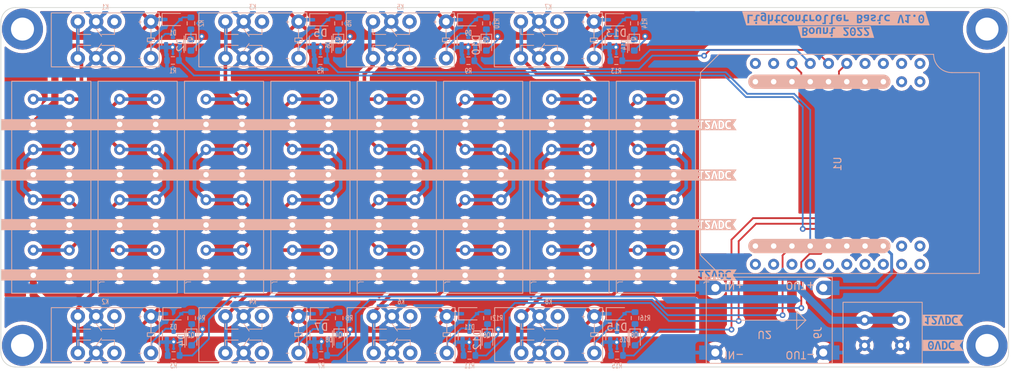
<source format=kicad_pcb>
(kicad_pcb (version 20220308) (generator pcbnew)
  (layers (0 "F.Cu" signal) (31 "B.Cu" signal) (34 "B.Paste" user) (35 "F.Paste" user) (36 "B.SilkS" user "B.Silkscreen") (37 "F.SilkS" user "F.Silkscreen") (38 "B.Mask" user) (39 "F.Mask" user) (44 "Edge.Cuts" user))
  (net 0 "")
  (net 1 "+12V")
  (net 2 "OUT4")
  (net 3 "OUT5")
  (net 4 "OUT6")
  (net 5 "OUT7")
  (net 6 "OUT0")
  (net 7 "OUT1")
  (net 8 "OUT2")
  (net 9 "OUT3")
  (net 10 "Net-(D1-A)")
  (net 11 "Net-(J1-Pin_2)")
  (net 12 "GND")
  (net 15 "Net-(D3-A)")
  (net 16 "Net-(D6-K)")
  (net 17 "Net-(D8-K)")
  (net 18 "Net-(D9-A)")
  (net 19 "Net-(D11-A)")
  (net 20 "Net-(D14-K)")
  (net 21 "Net-(D16-K)")
  (net 22 "Net-(J2-Pin_2)")
  (net 23 "Net-(J4-Pin_2)")
  (net 24 "Net-(J5-Pin_2)")
  (net 25 "Net-(J6-Pin_2)")
  (net 26 "Net-(J7-Pin_2)")
  (net 41 "Net-(J3-Pin_2)")
  (net 42 "Net-(J8-Pin_2)")
  (net 73 "+5V")
  (net 74 "Net-(D2-K)")
  (net 75 "Net-(D4-K)")
  (net 76 "Net-(D5-A)")
  (net 77 "Net-(D7-A)")
  (net 78 "Net-(D10-K)")
  (net 79 "Net-(D12-K)")
  (net 80 "Net-(D13-A)")
  (net 81 "Net-(D15-A)")
  (footprint "MountingHole:MountingHole_3.2mm_M3_ISO7380_Pad_TopBottom" (layer "F.Cu") (at 187 53)
    (fp_text reference "H3" hide)
    (fp_text value "MountingHole")
  )
  (footprint "MountingHole:MountingHole_3.2mm_M3_ISO7380_Pad_TopBottom" (layer "F.Cu") (at 53 97)
    (fp_text reference "H4" hide)
    (fp_text value "MountingHole")
  )
  (footprint "MountingHole:MountingHole_3.2mm_M3_ISO7380_Pad_TopBottom" (layer "F.Cu") (at 53 53)
    (fp_text reference "H1" hide)
    (fp_text value "MountingHole")
  )
  (footprint "MountingHole:MountingHole_3.2mm_M3_ISO7380_Pad_TopBottom" (layer "F.Cu") (at 187 97)
    (fp_text reference "H2" hide)
    (fp_text value "MountingHole")
  )
  (footprint "Resistor_SMD:R_0603_1608Metric" (layer "B.Cu") (at 73.9 57.3625)
    (fp_text reference "R1")
    (fp_text value "10k")
  )
  (footprint "LED_SMD:LED_0603_1608Metric" (layer "B.Cu") (at 97 96.2 -90)
    (fp_text reference "D8")
    (fp_text value "LED")
  )
  (footprint "Resistor_SMD:R_0603_1608Metric" (layer "B.Cu") (at 115.1 98.4)
    (fp_text reference "R11")
    (fp_text value "10k")
  )
  (footprint "kibuzzard-62501B9E" (layer "B.Cu") (at 149.4 66.3)
    (fp_text reference "kibuzzard-62501B9E" hide)
    (fp_text value "G***" hide)
  )
  (footprint "Package_TO_SOT_SMD:SOT-23" (layer "B.Cu") (at 115.1 95.6 90)
    (fp_text reference "Q6")
    (fp_text value "AO3400A")
  )
  (footprint "kibuzzard-62501CB0" (layer "B.Cu") (at 166 53.4)
    (fp_text reference "kibuzzard-62501CB0" hide)
    (fp_text value "G***" hide)
  )
  (footprint "Resistor_SMD:R_0603_1608Metric" (layer "B.Cu") (at 76.5 93.2 90)
    (fp_text reference "R4")
    (fp_text value "2k2")
  )
  (footprint "Resistor_SMD:R_0603_1608Metric" (layer "B.Cu") (at 96.9 52.2 90)
    (fp_text reference "R6")
    (fp_text value "2k2")
  )
  (footprint "LED_SMD:LED_0603_1608Metric" (layer "B.Cu") (at 96.9 55.2 -90)
    (fp_text reference "D6")
    (fp_text value "LED")
  )
  (footprint "LED_SMD:LED_0603_1608Metric" (layer "B.Cu") (at 138.1 96.2 -90)
    (fp_text reference "D16")
    (fp_text value "LED")
  )
  (footprint "bouni:SPTAF_1_8_3_5_EL" (layer "B.Cu") (at 57 75 90)
    (fp_text reference "J1")
    (fp_text value "Conn_01x08_Female")
  )
  (footprint "Package_TO_SOT_SMD:SOT-23" (layer "B.Cu") (at 94.5 95.6 90)
    (fp_text reference "Q4")
    (fp_text value "AO3400A")
  )
  (footprint "Package_TO_SOT_SMD:SOT-23" (layer "B.Cu") (at 114.95 54.6 90)
    (fp_text reference "Q5")
    (fp_text value "AO3400A")
  )
  (footprint "Resistor_SMD:R_0603_1608Metric" (layer "B.Cu") (at 97 93.2 90)
    (fp_text reference "R8")
    (fp_text value "2k2")
  )
  (footprint "bouni:SPTAF_1_2_3_5_EL" (layer "B.Cu") (at 172.5 95.25 -90)
    (fp_text reference "J9")
    (fp_text value "Conn_01x02_Female")
  )
  (footprint "bouni:HONGFA-HFD3" (layer "B.Cu") (at 85 95.5 180)
    (fp_text reference "K4")
    (fp_text value "HONGFA-HFD3")
  )
  (footprint "kibuzzard-62501B9E" (layer "B.Cu") (at 180.9 93.5)
    (fp_text reference "kibuzzard-62501B9E" hide)
    (fp_text value "G***" hide)
  )
  (footprint "Resistor_SMD:R_0603_1608Metric" (layer "B.Cu") (at 74 98.4)
    (fp_text reference "R3")
    (fp_text value "10k")
  )
  (footprint "Resistor_SMD:R_0603_1608Metric" (layer "B.Cu") (at 138 52.2 90)
    (fp_text reference "R14")
    (fp_text value "2k2")
  )
  (footprint "kibuzzard-62501B9E" (layer "B.Cu") (at 149.4 87.2)
    (fp_text reference "kibuzzard-62501B9E" hide)
    (fp_text value "G***" hide)
  )
  (footprint "Diode_SMD:D_SOD-323" (layer "B.Cu") (at 135.6 92.6)
    (fp_text reference "D15")
    (fp_text value "1N4148WS")
  )
  (footprint "Resistor_SMD:R_0603_1608Metric" (layer "B.Cu") (at 114.95 57.4)
    (fp_text reference "R9")
    (fp_text value "10k")
  )
  (footprint "bouni:SPTAF_1_8_3_5_EL" (layer "B.Cu") (at 93 75 90)
    (fp_text reference "J4")
    (fp_text value "Conn_01x08_Female")
  )
  (footprint "Package_TO_SOT_SMD:SOT-23" (layer "B.Cu") (at 135.5 54.6 90)
    (fp_text reference "Q7")
    (fp_text value "AO3400A")
  )
  (footprint "Package_TO_SOT_SMD:SOT-23" (layer "B.Cu") (at 73.9 54.6 90)
    (fp_text reference "Q1")
    (fp_text value "AO3400A")
  )
  (footprint "bouni:SPTAF_1_8_3_5_EL" (layer "B.Cu") (at 81 75 90)
    (fp_text reference "J3")
    (fp_text value "Conn_01x08_Female")
  )
  (footprint "LED_SMD:LED_0603_1608Metric" (layer "B.Cu") (at 76.4 55.2 -90)
    (fp_text reference "D2")
    (fp_text value "LED")
  )
  (footprint "LED_SMD:LED_0603_1608Metric" (layer "B.Cu") (at 76.5 96.2 -90)
    (fp_text reference "D4")
    (fp_text value "LED")
  )
  (footprint "bouni:DCDC-Module" (layer "B.Cu") (at 156.75 93.5)
    (fp_text reference "U2")
    (fp_text value "DCDC-Module")
  )
  (footprint "Resistor_SMD:R_0603_1608Metric" (layer "B.Cu") (at 117.45 52.2 90)
    (fp_text reference "R10")
    (fp_text value "2k2")
  )
  (footprint "Package_TO_SOT_SMD:SOT-23" (layer "B.Cu") (at 94.4 54.6 90)
    (fp_text reference "Q3")
    (fp_text value "AO3400A")
  )
  (footprint "bouni:SPTAF_1_8_3_5_EL" (layer "B.Cu") (at 69 75 90)
    (fp_text reference "J2")
    (fp_text value "Conn_01x08_Female")
  )
  (footprint "bouni:HONGFA-HFD3" (layer "B.Cu") (at 64.5 95.5 180)
    (fp_text reference "K2")
    (fp_text value "HONGFA-HFD3")
  )
  (footprint "bouni:HONGFA-HFD3" (layer "B.Cu") (at 105.6 95.5 180)
    (fp_text reference "K6")
    (fp_text value "HONGFA-HFD3")
  )
  (footprint "Package_TO_SOT_SMD:SOT-23" (layer "B.Cu") (at 135.6 95.6 90)
    (fp_text reference "Q8")
    (fp_text value "AO3400A")
  )
  (footprint "Resistor_SMD:R_0603_1608Metric" (layer "B.Cu") (at 94.4 57.4)
    (fp_text reference "R5")
    (fp_text value "10k")
  )
  (footprint "bouni:SPTAF_1_8_3_5_EL" (layer "B.Cu") (at 129 75 90)
    (fp_text reference "J7")
    (fp_text value "Conn_01x08_Female")
  )
  (footprint "Diode_SMD:D_SOD-323" (layer "B.Cu") (at 114.95 51.7)
    (fp_text reference "D9")
    (fp_text value "1N4148WS")
  )
  (footprint "bouni:SPTAF_1_8_3_5_EL" (layer "B.Cu") (at 105 75 90)
    (fp_text reference "J5")
    (fp_text value "Conn_01x08_Female")
  )
  (footprint "Resistor_SMD:R_0603_1608Metric" (layer "B.Cu") (at 117.6 93.2 90)
    (fp_text reference "R12")
    (fp_text value "2k2")
  )
  (footprint "Diode_SMD:D_SOD-323" (layer "B.Cu") (at 74 92.6)
    (fp_text reference "D3")
    (fp_text value "1N4148WS")
  )
  (footprint "bouni:SPTAF_1_8_3_5_EL" (layer "B.Cu") (at 141 75 90)
    (fp_text reference "J8")
    (fp_text value "Conn_01x08_Female")
  )
  (footprint "Diode_SMD:D_SOD-323" (layer "B.Cu") (at 135.5 51.7)
    (fp_text reference "D13")
    (fp_text value "1N4148WS")
  )
  (footprint "LED_SMD:LED_0603_1608Metric" (layer "B.Cu") (at 117.6 96.2 -90)
    (fp_text reference "D12")
    (fp_text value "LED")
  )
  (footprint "Resistor_SMD:R_0603_1608Metric" (layer "B.Cu") (at 76.4 52.2 90)
    (fp_text reference "R2")
    (fp_text value "2k2")
  )
  (footprint "bouni:MH-ET LIVE MiniKit" (layer "B.Cu") (at 166.25 71.75 -90)
    (fp_text reference "U1")
    (fp_text value "mh-et-live-minikit")
  )
  (footprint "Diode_SMD:D_SOD-323" (layer "B.Cu") (at 73.9 51.6625)
    (fp_text reference "D1")
    (fp_text value "1N4148WS")
  )
  (footprint "kibuzzard-62501B9E" (layer "B.Cu") (at 149.4 73.3)
    (fp_text reference "kibuzzard-62501B9E" hide)
    (fp_text value "G***" hide)
  )
  (footprint "Diode_SMD:D_SOD-323" (layer "B.Cu") (at 94.4 51.7)
    (fp_text reference "D5")
    (fp_text value "1N4148WS")
  )
  (footprint "kibuzzard-62501BA5" (layer "B.Cu") (at 180.9 97)
    (fp_text reference "kibuzzard-62501BA5" hide)
    (fp_text value "G***" hide)
  )
  (footprint "kibuzzard-62501B9E" (layer "B.Cu") (at 149.4 80.2)
    (fp_text reference "kibuzzard-62501B9E" hide)
    (fp_text value "G***" hide)
  )
  (footprint "bouni:HONGFA-HFD3" (layer "B.Cu") (at 85 54.5 180)
    (fp_text reference "K3")
    (fp_text value "HONGFA-HFD3")
  )
  (footprint "bouni:HONGFA-HFD3" (layer "B.Cu") (at 126.1 95.5 180)
    (fp_text reference "K8")
    (fp_text value "HONGFA-HFD3")
  )
  (footprint "bouni:SPTAF_1_8_3_5_EL" (layer "B.Cu") (at 117 75 90)
    (fp_text reference "J6")
    (fp_text value "Conn_01x08_Female")
  )
  (footprint "Resistor_SMD:R_0603_1608Metric" (layer "B.Cu") (at 135.6 98.4)
    (fp_text reference "R15")
    (fp_text value "10k")
  )
  (footprint "LED_SMD:LED_0603_1608Metric" (layer "B.Cu") (at 138 55.2 -90)
    (fp_text reference "D14")
    (fp_text value "LED")
  )
  (footprint "bouni:HONGFA-HFD3" (layer "B.Cu") (at 126.05 54.5 180)
    (fp_text reference "K7")
    (fp_text value "HONGFA-HFD3")
  )
  (footprint "Resistor_SMD:R_0603_1608Metric" (layer "B.Cu") (at 138.1 93.2 90)
    (fp_text reference "R16")
    (fp_text value "2k2")
  )
  (footprint "bouni:HONGFA-HFD3" (layer "B.Cu") (at 64.5 54.5 180)
    (fp_text reference "K1")
    (fp_text value "HONGFA-HFD3")
  )
  (footprint "LED_SMD:LED_0603_1608Metric" (layer "B.Cu") (at 117.45 55.2 -90)
    (fp_text reference "D10")
    (fp_text value "LED")
  )
  (footprint "Resistor_SMD:R_0603_1608Metric" (layer "B.Cu") (at 94.5 98.4)
    (fp_text reference "R7")
    (fp_text value "10k")
  )
  (footprint "bouni:HONGFA-HFD3" (layer "B.Cu") (at 105.5 54.5 180)
    (fp_text reference "K5")
    (fp_text value "HONGFA-HFD3")
  )
  (footprint "Resistor_SMD:R_0603_1608Metric" (layer "B.Cu") (at 135.5 57.4)
    (fp_text reference "R13")
    (fp_text value "10k")
  )
  (footprint "kibuzzard-62501C98" (layer "B.Cu") (at 166 51.5)
    (fp_text reference "kibuzzard-62501C98" hide)
    (fp_text value "G***" hide)
  )
  (footprint "Diode_SMD:D_SOD-323" (layer "B.Cu") (at 94.5 92.6)
    (fp_text reference "D7")
    (fp_text value "1N4148WS")
  )
  (footprint "Diode_SMD:D_SOD-323" (layer "B.Cu") (at 115.1 92.6)
    (fp_text reference "D11")
    (fp_text value "1N4148WS")
  )
  (footprint "Package_TO_SOT_SMD:SOT-23" (layer "B.Cu") (at 74 95.6 90)
    (fp_text reference "Q2")
    (fp_text value "AO3400A")
  )
  (gr_rect (start 50.1 65.6) (end 146.6 67) (stroke (width 0.15)) (fill solid) (layer "B.SilkS"))
  (gr_rect (start 50.1 79.5) (end 146.6 80.9) (stroke (width 0.15)) (fill solid) (layer "B.SilkS"))
  (gr_rect (start 50.1 72.6) (end 146.6 74) (stroke (width 0.15)) (fill solid) (layer "B.SilkS"))
  (gr_rect (start 50.1 86.5) (end 146.6 87.9) (stroke (width 0.15)) (fill solid) (layer "B.SilkS"))
  (gr_line (start 52 50) (end 188 50) (stroke (width 0.1)) (layer "Edge.Cuts"))
  (gr_arc (start 188 50) (mid 189.414214 50.585786) (end 190 52) (stroke (width 0.1)) (layer "Edge.Cuts"))
  (gr_line (start 50 98) (end 50 52) (stroke (width 0.1)) (layer "Edge.Cuts"))
  (gr_arc (start 50 52) (mid 50.585786 50.585786) (end 52 50) (stroke (width 0.1)) (layer "Edge.Cuts"))
  (gr_arc (start 52 100) (mid 50.585786 99.414214) (end 50 98) (stroke (width 0.1)) (layer "Edge.Cuts"))
  (gr_arc (start 190 98) (mid 189.414214 99.414214) (end 188 100) (stroke (width 0.1)) (layer "Edge.Cuts"))
  (gr_line (start 188 100) (end 52 100) (stroke (width 0.1)) (layer "Edge.Cuts"))
  (gr_line (start 190 52) (end 190 98) (stroke (width 0.1)) (layer "Edge.Cuts"))
  (segment (start 54.5 90) (end 57.5 93) (width 1) (layer "F.Cu") (net 1))
  (segment (start 57.5 63.25) (end 57.5 52.5) (width 1) (layer "F.Cu") (net 1))
  (segment (start 54.5 87.25) (end 54.5 90) (width 1) (layer "F.Cu") (net 1))
  (segment (start 54.5 66.25) (end 57.5 63.25) (width 1) (layer "F.Cu") (net 1))
  (via (at 98.5 54.0125) (size 0.8) (drill 0.4) (layers "F.Cu" "B.Cu") (net 1))
  (via (at 78 94.75) (size 0.8) (drill 0.4) (layers "F.Cu" "B.Cu") (net 1))
  (via (at 139.6 94.7625) (size 0.8) (drill 0.4) (layers "F.Cu" "B.Cu") (net 1))
  (via (at 119 54.0125) (size 0.8) (drill 0.4) (layers "F.Cu" "B.Cu") (net 1))
  (via (at 119.1 94.7625) (size 0.8) (drill 0.4) (layers "F.Cu" "B.Cu") (net 1))
  (via (at 77.9 54.0125) (size 0.8) (drill 0.4) (layers "F.Cu" "B.Cu") (net 1))
  (via (at 98.5 94.7625) (size 0.8) (drill 0.4) (layers "F.Cu" "B.Cu") (net 1))
  (via (at 139.5 54) (size 0.8) (drill 0.4) (layers "F.Cu" "B.Cu") (net 1))
  (segment (start 91.71 92.6) (end 91.35 92.96) (width 0.5) (layer "B.Cu") (net 1))
  (segment (start 78 95.4875) (end 78 94.75) (width 0.25) (layer "B.Cu") (net 1))
  (segment (start 132.81 92.6) (end 132.45 92.96) (width 0.5) (layer "B.Cu") (net 1))
  (segment (start 76.5 96.9875) (end 78 95.4875) (width 0.25) (layer "B.Cu") (net 1))
  (segment (start 93.45 92.6) (end 91.71 92.6) (width 0.5) (layer "B.Cu") (net 1))
  (segment (start 93.35 51.7) (end 91.61 51.7) (width 0.5) (layer "B.Cu") (net 1))
  (segment (start 114.05 92.6) (end 112.31 92.6) (width 0.5) (layer "B.Cu") (net 1))
  (segment (start 119 54.5) (end 119 54.0125) (width 0.25) (layer "B.Cu") (net 1))
  (segment (start 117.5 56) (end 119 54.5) (width 0.25) (layer "B.Cu") (net 1))
  (segment (start 139.5 54.4875) (end 139.5 54) (width 0.25) (layer "B.Cu") (net 1))
  (segment (start 72.85 51.6625) (end 71.1475 51.6625) (width 0.5) (layer "B.Cu") (net 1))
  (segment (start 139.6 95.5) (end 139.6 94.7625) (width 0.25) (layer "B.Cu") (net 1))
  (segment (start 134.55 92.6) (end 132.81 92.6) (width 0.5) (layer "B.Cu") (net 1))
  (segment (start 138.1 97) (end 139.6 95.5) (width 0.25) (layer "B.Cu") (net 1))
  (segment (start 149.25 89) (end 145.25 89) (width 1) (layer "B.Cu") (net 1))
  (segment (start 71.21 92.6) (end 70.85 92.96) (width 0.5) (layer "B.Cu") (net 1))
  (segment (start 160.8 89) (end 165.3 93.5) (width 1) (layer "B.Cu") (net 1))
  (segment (start 112.11 51.7) (end 111.85 51.96) (width 0.5) (layer "B.Cu") (net 1))
  (segment (start 132.66 51.7) (end 132.4 51.96) (width 0.5) (layer "B.Cu") (net 1))
  (segment (start 117.6 97) (end 119.1 95.5) (width 0.25) (layer "B.Cu") (net 1))
  (segment (start 138 55.9875) (end 139.5 54.4875) (width 0.25) (layer "B.Cu") (net 1))
  (segment (start 97 97) (end 98.5 95.5) (width 0.25) (layer "B.Cu") (net 1))
  (segment (start 170 93.5) (end 175 93.5) (width 1) (layer "B.Cu") (net 1))
  (segment (start 98.5 95.5) (end 98.5 94.7625) (width 0.25) (layer "B.Cu") (net 1))
  (segment (start 98.5 54.5) (end 98.5 54.0125) (width 0.25) (layer "B.Cu") (net 1))
  (segment (start 97 56) (end 98.5 54.5) (width 0.25) (layer "B.Cu") (net 1))
  (segment (start 77.9 54.5) (end 77.9 54.0125) (width 0.25) (layer "B.Cu") (net 1))
  (segment (start 91.61 51.7) (end 91.35 51.96) (width 0.5) (layer "B.Cu") (net 1))
  (segment (start 71.1475 51.6625) (end 70.85 51.96) (width 0.5) (layer "B.Cu") (net 1))
  (segment (start 149.25 89) (end 160.8 89) (width 1) (layer "B.Cu") (net 1))
  (segment (start 145.25 89) (end 143.5 87.25) (width 1) (layer "B.Cu") (net 1))
  (segment (start 72.95 92.6) (end 71.21 92.6) (width 0.5) (layer "B.Cu") (net 1))
  (segment (start 165.3 93.5) (end 170 93.5) (width 1) (layer "B.Cu") (net 1))
  (segment (start 113.9 51.7) (end 112.11 51.7) (width 0.5) (layer "B.Cu") (net 1))
  (segment (start 112.31 92.6) (end 111.95 92.96) (width 0.5) (layer "B.Cu") (net 1))
  (segment (start 134.45 51.7) (end 132.66 51.7) (width 0.5) (layer "B.Cu") (net 1))
  (segment (start 119.1 95.5) (end 119.1 94.7625) (width 0.25) (layer "B.Cu") (net 1))
  (segment (start 76.4 56) (end 77.9 54.5) (width 0.25) (layer "B.Cu") (net 1))
  (segment (start 163.1 55.9) (end 164.98 57.78) (width 0.25) (layer "F.Cu") (net 2))
  (segment (start 148.5 55.9) (end 163.1 55.9) (width 0.25) (layer "F.Cu") (net 2))
  (segment (start 147.7 56.7) (end 148.5 55.9) (width 0.25) (layer "F.Cu") (net 2))
  (via (at 147.7 56.7) (size 0.8) (drill 0.4) (layers "F.Cu" "B.Cu") (net 2))
  (segment (start 140.5 56.7) (end 147.7 56.7) (width 0.25) (layer "B.Cu") (net 2))
  (segment (start 115.9 57.275) (end 115.775 57.4) (width 0.25) (layer "B.Cu") (net 2))
  (segment (start 138.64952 58.55048) (end 140.5 56.7) (width 0.25) (layer "B.Cu") (net 2))
  (segment (start 115.775 57.4) (end 116.92548 58.55048) (width 0.25) (layer "B.Cu") (net 2))
  (segment (start 116.92548 58.55048) (end 138.64952 58.55048) (width 0.25) (layer "B.Cu") (net 2))
  (segment (start 115.9 55.5375) (end 115.9 57.275) (width 0.25) (layer "B.Cu") (net 2))
  (segment (start 166.433489 78.266511) (end 166.433489 58.866511) (width 0.25) (layer "F.Cu") (net 3))
  (segment (start 152.5 82.5) (end 154.924511 80.075489) (width 0.25) (layer "F.Cu") (net 3))
  (segment (start 152.5 93.6) (end 152.5 82.5) (width 0.25) (layer "F.Cu") (net 3))
  (segment (start 166.433489 58.866511) (end 167.52 57.78) (width 0.25) (layer "F.Cu") (net 3))
  (segment (start 154.924511 80.075489) (end 164.624511 80.075489) (width 0.25) (layer "F.Cu") (net 3))
  (segment (start 164.624511 80.075489) (end 166.433489 78.266511) (width 0.25) (layer "F.Cu") (net 3))
  (via (at 152.5 93.6) (size 0.8) (drill 0.4) (layers "F.Cu" "B.Cu") (net 3))
  (segment (start 119.9 95.930799) (end 117.430799 98.4) (width 0.25) (layer "B.Cu") (net 3))
  (segment (start 119.9 92.6) (end 119.9 95.930799) (width 0.25) (layer "B.Cu") (net 3))
  (segment (start 142.8 93.6) (end 140.3 91.1) (width 0.25) (layer "B.Cu") (net 3))
  (segment (start 152.5 93.6) (end 142.8 93.6) (width 0.25) (layer "B.Cu") (net 3))
  (segment (start 121.4 91.1) (end 119.9 92.6) (width 0.25) (layer "B.Cu") (net 3))
  (segment (start 116 98.193356) (end 115.875 98.318356) (width 0.25) (layer "B.Cu") (net 3))
  (segment (start 140.3 91.1) (end 121.4 91.1) (width 0.25) (layer "B.Cu") (net 3))
  (segment (start 116 96.493356) (end 116 98.193356) (width 0.25) (layer "B.Cu") (net 3))
  (segment (start 117.430799 98.4) (end 115.925 98.4) (width 0.25) (layer "B.Cu") (net 3))
  (segment (start 136.325 57.4) (end 138.7 57.4) (width 0.25) (layer "B.Cu") (net 4))
  (segment (start 136.45 57.3475) (end 136.325 57.4725) (width 0.25) (layer "B.Cu") (net 4))
  (segment (start 140.2 55.9) (end 160.56 55.9) (width 0.25) (layer "B.Cu") (net 4))
  (segment (start 138.7 57.4) (end 140.2 55.9) (width 0.25) (layer "B.Cu") (net 4))
  (segment (start 136.45 55.61) (end 136.45 57.3475) (width 0.25) (layer "B.Cu") (net 4))
  (segment (start 160.56 55.9) (end 162.44 57.78) (width 0.25) (layer "B.Cu") (net 4))
  (segment (start 161.2 60.983538) (end 165.316462 65.1) (width 0.25) (layer "F.Cu") (net 5))
  (segment (start 154.5 79.3) (end 164.2 79.3) (width 0.25) (layer "F.Cu") (net 5))
  (segment (start 164.2 79.3) (end 165.5 78) (width 0.25) (layer "F.Cu") (net 5))
  (segment (start 151.5 94.8) (end 151.5 82.3) (width 0.25) (layer "F.Cu") (net 5))
  (segment (start 165.5 78) (end 165.5 65.3) (width 0.25) (layer "F.Cu") (net 5))
  (segment (start 165.316462 65.116462) (end 165.5 65.3) (width 0.25) (layer "F.Cu") (net 5))
  (segment (start 161.2 59.08) (end 161.2 60.983538) (width 0.25) (layer "F.Cu") (net 5))
  (segment (start 165.316462 65.1) (end 165.316462 65.116462) (width 0.25) (layer "F.Cu") (net 5))
  (segment (start 159.9 57.78) (end 161.2 59.08) (width 0.25) (layer "F.Cu") (net 5))
  (segment (start 151.5 82.3) (end 154.5 79.3) (width 0.25) (layer "F.Cu") (net 5))
  (via (at 151.5 94.8) (size 0.8) (drill 0.4) (layers "F.Cu" "B.Cu") (net 5))
  (segment (start 137.930799 98.4) (end 136.425 98.4) (width 0.25) (layer "B.Cu") (net 5))
  (segment (start 151.5 94.8) (end 141.530799 94.8) (width 0.25) (layer "B.Cu") (net 5))
  (segment (start 136.5 98.1975) (end 136.375 98.3225) (width 0.25) (layer "B.Cu") (net 5))
  (segment (start 136.5 96.4975) (end 136.5 98.1975) (width 0.25) (layer "B.Cu") (net 5))
  (segment (start 141.530799 94.8) (end 137.930799 98.4) (width 0.25) (layer "B.Cu") (net 5))
  (segment (start 161.4 80.8) (end 165.14 80.8) (width 0.25) (layer "F.Cu") (net 6))
  (segment (start 165.14 80.8) (end 167.52 83.18) (width 0.25) (layer "F.Cu") (net 6))
  (via (at 161.4 80.8) (size 0.8) (drill 0.4) (layers "F.Cu" "B.Cu") (net 6))
  (segment (start 153.513802 62.44952) (end 150.513802 59.44952) (width 0.25) (layer "B.Cu") (net 6))
  (segment (start 74.85 55.5375) (end 74.85 57.2375) (width 0.25) (layer "B.Cu") (net 6))
  (segment (start 76.81202 59.44952) (end 74.725 57.3625) (width 0.25) (layer "B.Cu") (net 6))
  (segment (start 74.85 57.2375) (end 74.725 57.3625) (width 0.25) (layer "B.Cu") (net 6))
  (segment (start 161.4 63.835718) (end 160.013802 62.44952) (width 0.25) (layer "B.Cu") (net 6))
  (segment (start 160.013802 62.44952) (end 153.513802 62.44952) (width 0.25) (layer "B.Cu") (net 6))
  (segment (start 161.4 80.8) (end 161.4 63.835718) (width 0.25) (layer "B.Cu") (net 6))
  (segment (start 150.513802 59.44952) (end 76.81202 59.44952) (width 0.25) (layer "B.Cu") (net 6))
  (segment (start 162.356929 84.266511) (end 163.893489 84.266511) (width 0.25) (layer "F.Cu") (net 7))
  (segment (start 161.2 85.42344) (end 162.356929 84.266511) (width 0.25) (layer "F.Cu") (net 7))
  (segment (start 161.2 91.8) (end 161.2 85.42344) (width 0.25) (layer "F.Cu") (net 7))
  (segment (start 163.893489 84.266511) (end 164.98 83.18) (width 0.25) (layer "F.Cu") (net 7))
  (via (at 161.2 91.8) (size 0.8) (drill 0.4) (layers "F.Cu" "B.Cu") (net 7))
  (segment (start 161.2 91.8) (end 142.271435 91.8) (width 0.25) (layer "B.Cu") (net 7))
  (segment (start 78.9 93.376857) (end 78.9 96.1) (width 0.25) (layer "B.Cu") (net 7))
  (segment (start 82.075897 90.20096) (end 78.9 93.376857) (width 0.25) (layer "B.Cu") (net 7))
  (segment (start 74.9 96.55) (end 74.9 98.25) (width 0.25) (layer "B.Cu") (net 7))
  (segment (start 142.271435 91.8) (end 140.672395 90.20096) (width 0.25) (layer "B.Cu") (net 7))
  (segment (start 74.9 98.25) (end 74.775 98.375) (width 0.25) (layer "B.Cu") (net 7))
  (segment (start 76.6 98.4) (end 74.825 98.4) (width 0.25) (layer "B.Cu") (net 7))
  (segment (start 140.672395 90.20096) (end 82.075897 90.20096) (width 0.25) (layer "B.Cu") (net 7))
  (segment (start 78.9 96.1) (end 76.6 98.4) (width 0.25) (layer "B.Cu") (net 7))
  (segment (start 95.35 55.5375) (end 95.35 57.275) (width 0.25) (layer "B.Cu") (net 8))
  (segment (start 96.825 59) (end 95.225 57.4) (width 0.25) (layer "B.Cu") (net 8))
  (segment (start 153.7 62) (end 150.7 59) (width 0.25) (layer "B.Cu") (net 8))
  (segment (start 162.44 83.18) (end 162.44 64.24) (width 0.25) (layer "B.Cu") (net 8))
  (segment (start 160.2 62) (end 153.7 62) (width 0.25) (layer "B.Cu") (net 8))
  (segment (start 162.44 64.24) (end 160.2 62) (width 0.25) (layer "B.Cu") (net 8))
  (segment (start 95.35 57.275) (end 95.225 57.4) (width 0.25) (layer "B.Cu") (net 8))
  (segment (start 150.7 59) (end 96.825 59) (width 0.25) (layer "B.Cu") (net 8))
  (segment (start 158.6 92.8) (end 158.6 84.48) (width 0.25) (layer "F.Cu") (net 9))
  (segment (start 158.6 84.48) (end 159.9 83.18) (width 0.25) (layer "F.Cu") (net 9))
  (via (at 158.6 92.8) (size 0.8) (drill 0.4) (layers "F.Cu" "B.Cu") (net 9))
  (segment (start 99.3 95.930799) (end 96.830799 98.4) (width 0.25) (layer "B.Cu") (net 9))
  (segment (start 101.24952 90.65048) (end 99.3 92.6) (width 0.25) (layer "B.Cu") (net 9))
  (segment (start 142.635718 92.8) (end 140.486198 90.65048) (width 0.25) (layer "B.Cu") (net 9))
  (segment (start 140.486198 90.65048) (end 101.24952 90.65048) (width 0.25) (layer "B.Cu") (net 9))
  (segment (start 95.4 98.2975) (end 95.275 98.4225) (width 0.25) (layer "B.Cu") (net 9))
  (segment (start 158.6 92.8) (end 142.635718 92.8) (width 0.25) (layer "B.Cu") (net 9))
  (segment (start 96.830799 98.4) (end 95.325 98.4) (width 0.25) (layer "B.Cu") (net 9))
  (segment (start 99.3 92.6) (end 99.3 95.930799) (width 0.25) (layer "B.Cu") (net 9))
  (segment (start 95.4 96.5975) (end 95.4 98.2975) (width 0.25) (layer "B.Cu") (net 9))
  (segment (start 72.813287 53.6625) (end 73.9 53.6625) (width 0.25) (layer "B.Cu") (net 10))
  (segment (start 70.85 57.04) (end 70.85 55.625787) (width 0.25) (layer "B.Cu") (net 10))
  (segment (start 73.9 53.6625) (end 73.9 52.7125) (width 0.25) (layer "B.Cu") (net 10))
  (segment (start 76.4 51.375) (end 75.2375 51.375) (width 0.25) (layer "B.Cu") (net 10))
  (segment (start 70.85 55.625787) (end 72.813287 53.6625) (width 0.25) (layer "B.Cu") (net 10))
  (segment (start 75.2375 51.375) (end 74.95 51.6625) (width 0.25) (layer "B.Cu") (net 10))
  (segment (start 73.9 52.7125) (end 74.95 51.6625) (width 0.25) (layer "B.Cu") (net 10))
  (segment (start 59.5 76.75) (end 59.55 76.75) (width 0.5) (layer "F.Cu") (net 11))
  (segment (start 59.5 62.75) (end 61 62.75) (width 0.5) (layer "F.Cu") (net 11))
  (segment (start 59.55 76.75) (end 61.4 78.6) (width 0.5) (layer "F.Cu") (net 11))
  (segment (start 60.69 57.04) (end 61.19 57.54) (width 0.5) (layer "F.Cu") (net 11))
  (segment (start 61.19 62.56) (end 61.19 68.06) (width 0.5) (layer "F.Cu") (net 11))
  (segment (start 61 62.75) (end 61.19 62.56) (width 0.5) (layer "F.Cu") (net 11))
  (segment (start 61.19 68.06) (end 59.5 69.75) (width 0.5) (layer "F.Cu") (net 11))
  (segment (start 61.19 57.54) (end 61.19 62.56) (width 0.5) (layer "F.Cu") (net 11))
  (segment (start 61.4 78.6) (end 61.4 81.85) (width 0.5) (layer "F.Cu") (net 11))
  (segment (start 61.4 81.85) (end 59.5 83.75) (width 0.5) (layer "F.Cu") (net 11))
  (segment (start 54.5 69.75) (end 59.5 69.75) (width 0.5) (layer "B.Cu") (net 11))
  (segment (start 54.5 83.75) (end 59.5 83.75) (width 0.5) (layer "B.Cu") (net 11))
  (segment (start 60.69 57.04) (end 60.69 51.96) (width 0.5) (layer "B.Cu") (net 11))
  (segment (start 54.5 76.75) (end 59.5 76.75) (width 0.5) (layer "B.Cu") (net 11))
  (segment (start 52.9 71.35) (end 52.9 75.15) (width 0.5) (layer "B.Cu") (net 11))
  (segment (start 52.9 75.15) (end 54.5 76.75) (width 0.5) (layer "B.Cu") (net 11))
  (segment (start 54.5 62.75) (end 59.5 62.75) (width 0.5) (layer "B.Cu") (net 11))
  (segment (start 54.5 69.75) (end 52.9 71.35) (width 0.5) (layer "B.Cu") (net 11))
  (via (at 73.85 55.5125) (size 0.8) (drill 0.4) (layers "F.Cu" "B.Cu") (net 12))
  (via (at 135.55 96.5625) (size 0.8) (drill 0.4) (layers "F.Cu" "B.Cu") (net 12))
  (via (at 74 96.5) (size 0.8) (drill 0.4) (layers "F.Cu" "B.Cu") (net 12))
  (via (at 94.55 96.4625) (size 0.8) (drill 0.4) (layers "F.Cu" "B.Cu") (net 12))
  (via (at 114.9 55.5125) (size 0.8) (drill 0.4) (layers "F.Cu" "B.Cu") (net 12))
  (via (at 135.45 55.5125) (size 0.8) (drill 0.4) (layers "F.Cu" "B.Cu") (net 12))
  (via (at 94.4 55.5125) (size 0.8) (drill 0.4) (layers "F.Cu" "B.Cu") (net 12))
  (via (at 115.05 96.5625) (size 0.8) (drill 0.4) (layers "F.Cu" "B.Cu") (net 12))
  (segment (start 73.9625 96.5375) (end 74 96.5) (width 0.25) (layer "B.Cu") (net 12))
  (segment (start 73.05 96.5375) (end 73.9625 96.5375) (width 0.25) (layer "B.Cu") (net 12))
  (segment (start 113.95 55.55) (end 114.8625 55.55) (width 0.25) (layer "B.Cu") (net 12))
  (segment (start 94.5125 96.5) (end 94.55 96.4625) (width 0.25) (layer "B.Cu") (net 12))
  (segment (start 72.9 55.55) (end 73.8125 55.55) (width 0.25) (layer "B.Cu") (net 12))
  (segment (start 93.45 55.55) (end 94.3625 55.55) (width 0.25) (layer "B.Cu") (net 12))
  (segment (start 115.0125 96.6) (end 115.05 96.5625) (width 0.25) (layer "B.Cu") (net 12))
  (segment (start 94.3625 55.55) (end 94.4 55.5125) (width 0.25) (layer "B.Cu") (net 12))
  (segment (start 114.8625 55.55) (end 114.9 55.5125) (width 0.25) (layer "B.Cu") (net 12))
  (segment (start 134.5 55.55) (end 135.4125 55.55) (width 0.25) (layer "B.Cu") (net 12))
  (segment (start 135.4125 55.55) (end 135.45 55.5125) (width 0.25) (layer "B.Cu") (net 12))
  (segment (start 73.8125 55.55) (end 73.85 55.5125) (width 0.25) (layer "B.Cu") (net 12))
  (segment (start 135.5125 96.6) (end 135.55 96.5625) (width 0.25) (layer "B.Cu") (net 12))
  (segment (start 93.6 96.5) (end 94.5125 96.5) (width 0.25) (layer "B.Cu") (net 12))
  (segment (start 134.6 96.6) (end 135.5125 96.6) (width 0.25) (layer "B.Cu") (net 12))
  (segment (start 114.1 96.6) (end 115.0125 96.6) (width 0.25) (layer "B.Cu") (net 12))
  (segment (start 73.95 93.725) (end 75 92.675) (width 0.25) (layer "B.Cu") (net 15))
  (segment (start 70.9 96.638287) (end 72.863287 94.675) (width 0.25) (layer "B.Cu") (net 15))
  (segment (start 73.95 94.675) (end 73.95 93.725) (width 0.25) (layer "B.Cu") (net 15))
  (segment (start 72.863287 94.675) (end 73.95 94.675) (width 0.25) (layer "B.Cu") (net 15))
  (segment (start 75.2875 92.3875) (end 75 92.675) (width 0.25) (layer "B.Cu") (net 15))
  (segment (start 76.45 92.3875) (end 75.2875 92.3875) (width 0.25) (layer "B.Cu") (net 15))
  (segment (start 70.9 98.0525) (end 70.9 96.638287) (width 0.25) (layer "B.Cu") (net 15))
  (segment (start 96.9 54.4) (end 96.9 53.0125) (width 0.25) (layer "B.Cu") (net 16))
  (segment (start 96.95 95.4725) (end 96.95 94.085) (width 0.25) (layer "B.Cu") (net 17))
  (segment (start 114.95 53.6) (end 114.95 52.65) (width 0.25) (layer "B.Cu") (net 18))
  (segment (start 111.9 56.9775) (end 111.9 55.563287) (width 0.25) (layer "B.Cu") (net 18))
  (segment (start 116.2875 51.3125) (end 116 51.6) (width 0.25) (layer "B.Cu") (net 18))
  (segment (start 114.95 52.65) (end 116 51.6) (width 0.25) (layer "B.Cu") (net 18))
  (segment (start 111.9 55.563287) (end 113.863287 53.6) (width 0.25) (layer "B.Cu") (net 18))
  (segment (start 117.45 51.3125) (end 116.2875 51.3125) (width 0.25) (layer "B.Cu") (net 18))
  (segment (start 113.863287 53.6) (end 114.95 53.6) (width 0.25) (layer "B.Cu") (net 18))
  (segment (start 112 97.995856) (end 112 96.581643) (width 0.25) (layer "B.Cu") (net 19))
  (segment (start 115.05 93.668356) (end 116.1 92.618356) (width 0.25) (layer "B.Cu") (net 19))
  (segment (start 112 96.581643) (end 113.963287 94.618356) (width 0.25) (layer "B.Cu") (net 19))
  (segment (start 116.3875 92.330856) (end 116.1 92.618356) (width 0.25) (layer "B.Cu") (net 19))
  (segment (start 117.55 92.330856) (end 116.3875 92.330856) (width 0.25) (layer "B.Cu") (net 19))
  (segment (start 113.963287 94.618356) (end 115.05 94.618356) (width 0.25) (layer "B.Cu") (net 19))
  (segment (start 115.05 94.618356) (end 115.05 93.668356) (width 0.25) (layer "B.Cu") (net 19))
  (segment (start 138 54.4225) (end 138 53.035) (width 0.25) (layer "B.Cu") (net 20))
  (segment (start 138.05 95.3725) (end 138.05 93.985) (width 0.25) (layer "B.Cu") (net 21))
  (segment (start 60.69 91.81) (end 64.5 88) (width 0.5) (layer "F.Cu") (net 22))
  (segment (start 64.5 78.75) (end 64.5 83.75) (width 0.5) (layer "F.Cu") (net 22))
  (segment (start 60.69 92.96) (end 60.69 91.81) (width 0.5) (layer "F.Cu") (net 22))
  (segment (start 66.5 69.75) (end 64.5 67.75) (width 0.5) (layer "F.Cu") (net 22))
  (segment (start 64.5 83.75) (end 66.5 83.75) (width 0.5) (layer "F.Cu") (net 22))
  (segment (start 64.5 67.75) (end 64.5 64.75) (width 0.5) (layer "F.Cu") (net 22))
  (segment (start 64.5 88) (end 64.5 83.75) (width 0.5) (layer "F.Cu") (net 22))
  (segment (start 64.5 64.75) (end 66.5 62.75) (width 0.5) (layer "F.Cu") (net 22))
  (segment (start 66.5 76.75) (end 64.5 78.75) (width 0.5) (layer "F.Cu") (net 22))
  (segment (start 66.5 83.75) (end 71.5 83.75) (width 0.5) (layer "B.Cu") (net 22))
  (segment (start 71.5 69.8) (end 73.2 71.5) (width 0.5) (layer "B.Cu") (net 22))
  (segment (start 66.5 76.75) (end 71.5 76.75) (width 0.5) (layer "B.Cu") (net 22))
  (segment (start 60.69 98.04) (end 60.69 92.96) (width 0.5) (layer "B.Cu") (net 22))
  (segment (start 73.2 75.1) (end 71.5 76.8) (width 0.5) (layer "B.Cu") (net 22))
  (segment (start 66.5 62.75) (end 71.5 62.75) (width 0.5) (layer "B.Cu") (net 22))
  (segment (start 66.5 69.75) (end 71.5 69.75) (width 0.5) (layer "B.Cu") (net 22))
  (segment (start 73.2 71.5) (end 73.2 75.1) (width 0.5) (layer "B.Cu") (net 22))
  (segment (start 81.19 92.96) (end 84.15 90) (width 0.5) (layer "F.Cu") (net 23))
  (segment (start 88.5 88.5) (end 88.5 83.75) (width 0.5) (layer "F.Cu") (net 23))
  (segment (start 90.5 69.75) (end 88.5 67.75) (width 0.5) (layer "F.Cu") (net 23))
  (segment (start 88.5 83.75) (end 88.5 78.75) (width 0.5) (layer "F.Cu") (net 23))
  (segment (start 90.5 83.75) (end 88.5 83.75) (width 0.5) (layer "F.Cu") (net 23))
  (segment (start 88.5 78.75) (end 90.5 76.75) (width 0.5) (layer "F.Cu") (net 23))
  (segment (start 88.5 64.75) (end 90.5 62.75) (width 0.5) (layer "F.Cu") (net 23))
  (segment (start 88.5 67.75) (end 88.5 64.75) (width 0.5) (layer "F.Cu") (net 23))
  (segment (start 84.15 90) (end 87 90) (width 0.5) (layer "F.Cu") (net 23))
  (segment (start 87 90) (end 88.5 88.5) (width 0.5) (layer "F.Cu") (net 23))
  (segment (start 97.2 71.5) (end 97.2 75.1) (width 0.5) (layer "B.Cu") (net 23))
  (segment (start 90.5 83.75) (end 95.5 83.75) (width 0.5) (layer "B.Cu") (net 23))
  (segment (start 97.2 75.1) (end 95.5 76.8) (width 0.5) (layer "B.Cu") (net 23))
  (segment (start 95.5 69.8) (end 97.2 71.5) (width 0.5) (layer "B.Cu") (net 23))
  (segment (start 90.5 62.75) (end 95.5 62.75) (width 0.5) (layer "B.Cu") (net 23))
  (segment (start 90.5 69.75) (end 95.5 69.75) (width 0.5) (layer "B.Cu") (net 23))
  (segment (start 90.5 76.75) (end 95.5 76.75) (width 0.5) (layer "B.Cu") (net 23))
  (segment (start 81.25 98.04) (end 81.25 92.96) (width 0.5) (layer "B.Cu") (net 23))
  (segment (start 102.5 62.75) (end 100.5 62.75) (width 0.5) (layer "F.Cu") (net 24))
  (segment (start 100.5 59.25) (end 100.5 62.75) (width 0.5) (layer "F.Cu") (net 24))
  (segment (start 100.5 67.75) (end 102.5 69.75) (width 0.5) (layer "F.Cu") (net 24))
  (segment (start 101.288489 82.538489) (end 102.5 83.75) (width 0.5) (layer "F.Cu") (net 24))
  (segment (start 102.5 76.75) (end 101.288489 77.961511) (width 0.5) (layer "F.Cu") (net 24))
  (segment (start 100.5 62.75) (end 100.5 67.75) (width 0.5) (layer "F.Cu") (net 24))
  (segment (start 101.69 57.04) (end 101.69 58.06) (width 0.5) (layer "F.Cu") (net 24))
  (segment (start 101.69 58.06) (end 100.5 59.25) (width 0.5) (layer "F.Cu") (net 24))
  (segment (start 101.288489 77.961511) (end 101.288489 82.538489) (width 0.5) (layer "F.Cu") (net 24))
  (segment (start 102.5 69.75) (end 107.5 69.75) (width 0.5) (layer "B.Cu") (net 24))
  (segment (start 102.5 76.75) (end 107.5 76.75) (width 0.5) (layer "B.Cu") (net 24))
  (segment (start 101.25 57.04) (end 101.25 51.96) (width 0.5) (layer "B.Cu") (net 24))
  (segment (start 109.2 75) (end 107.5 76.7) (width 0.5) (layer "B.Cu") (net 24))
  (segment (start 107.5 69.7) (end 109.2 71.4) (width 0.5) (layer "B.Cu") (net 24))
  (segment (start 109.2 71.4) (end 109.2 75) (width 0.5) (layer "B.Cu") (net 24))
  (segment (start 102.5 62.75) (end 107.5 62.75) (width 0.5) (layer "B.Cu") (net 24))
  (segment (start 102.5 83.75) (end 107.5 83.75) (width 0.5) (layer "B.Cu") (net 24))
  (segment (start 112.5 88.25) (end 112.5 83.75) (width 0.5) (layer "F.Cu") (net 25))
  (segment (start 104.15 90) (end 110.75 90) (width 0.5) (layer "F.Cu") (net 25))
  (segment (start 101.79 92.36) (end 104.15 90) (width 0.5) (layer "F.Cu") (net 25))
  (segment (start 101.79 92.96) (end 101.79 92.36) (width 0.5) (layer "F.Cu") (net 25))
  (segment (start 114.5 69.75) (end 112.5 67.75) (width 0.5) (layer "F.Cu") (net 25))
  (segment (start 114.5 83.75) (end 112.5 83.75) (width 0.5) (layer "F.Cu") (net 25))
  (segment (start 112.5 83.75) (end 112.5 78.75) (width 0.5) (layer "F.Cu") (net 25))
  (segment (start 112.5 78.75) (end 114.5 76.75) (width 0.5) (layer "F.Cu") (net 25))
  (segment (start 112.5 64.75) (end 114.5 62.75) (width 0.5) (layer "F.Cu") (net 25))
  (segment (start 110.75 90) (end 112.5 88.25) (width 0.5) (layer "F.Cu") (net 25))
  (segment (start 112.5 67.75) (end 112.5 64.75) (width 0.5) (layer "F.Cu") (net 25))
  (segment (start 114.5 69.75) (end 119.5 69.75) (width 0.5) (layer "B.Cu") (net 25))
  (segment (start 114.5 83.75) (end 119.5 83.75) (width 0.5) (layer "B.Cu") (net 25))
  (segment (start 121.2 71.5) (end 121.2 75.1) (width 0.5) (layer "B.Cu") (net 25))
  (segment (start 121.2 75.1) (end 119.5 76.8) (width 0.5) (layer "B.Cu") (net 25))
  (segment (start 114.5 76.75) (end 119.5 76.75) (width 0.5) (layer "B.Cu") (net 25))
  (segment (start 101.8 98.04) (end 101.8 92.96) (width 0.5) (layer "B.Cu") (net 25))
  (segment (start 114.5 62.75) (end 119.5 62.75) (width 0.5) (layer "B.Cu") (net 25))
  (segment (start 119.5 69.8) (end 121.2 71.5) (width 0.5) (layer "B.Cu") (net 25))
  (segment (start 133.5 81.75) (end 131.5 83.75) (width 0.5) (layer "F.Cu") (net 26))
  (segment (start 133.5 62) (end 133.5 62.75) (width 0.5) (layer "F.Cu") (net 26))
  (segment (start 133.5 62.75) (end 133.5 67.8) (width 0.5) (layer "F.Cu") (net 26))
  (segment (start 130.69 59.19) (end 133.5 62) (width 0.5) (layer "F.Cu") (net 26))
  (segment (start 131.55 76.75) (end 133.5 78.7) (width 0.5) (layer "F.Cu") (net 26))
  (segment (start 124.44 59.19) (end 122.29 57.04) (width 0.5) (layer "F.Cu") (net 26))
  (segment (start 130.69 59.19) (end 124.44 59.19) (width 0.5) (layer "F.Cu") (net 26))
  (segment (start 131.5 76.75) (end 131.55 76.75) (width 0.5) (layer "F.Cu") (net 26))
  (segment (start 131.55 69.75) (end 131.5 69.75) (width 0.5) (layer "F.Cu") (net 26))
  (segment (start 131.5 62.75) (end 133.5 62.75) (width 0.5) (layer "F.Cu") (net 26))
  (segment (start 133.5 67.8) (end 131.55 69.75) (width 0.5) (layer "F.Cu") (net 26))
  (segment (start 133.5 78.7) (end 133.5 81.75) (width 0.5) (layer "F.Cu") (net 26))
  (segment (start 124.9 71.4) (end 124.9 75.2) (width 0.5) (layer "B.Cu") (net 26))
  (segment (start 126.5 76.75) (end 131.5 76.75) (width 0.5) (layer "B.Cu") (net 26))
  (segment (start 126.5 69.8) (end 124.9 71.4) (width 0.5) (layer "B.Cu") (net 26))
  (segment (start 124.9 75.2) (end 126.5 76.8) (width 0.5) (layer "B.Cu") (net 26))
  (segment (start 126.5 62.75) (end 131.5 62.75) (width 0.5) (layer "B.Cu") (net 26))
  (segment (start 122.3 57.04) (end 122.3 51.96) (width 0.5) (layer "B.Cu") (net 26))
  (segment (start 126.5 69.75) (end 131.5 69.75) (width 0.5) (layer "B.Cu") (net 26))
  (segment (start 126.5 83.75) (end 131.5 83.75) (width 0.5) (layer "B.Cu") (net 26))
  (segment (start 85.5 64.75) (end 83.5 62.75) (width 0.5) (layer "F.Cu") (net 41))
  (segment (start 81.19 57.04) (end 81.19 60.44) (width 0.5) (layer "F.Cu") (net 41))
  (segment (start 83.55 76.75) (end 85.5 78.7) (width 0.5) (layer "F.Cu") (net 41))
  (segment (start 85.5 67.8) (end 85.5 64.75) (width 0.5) (layer "F.Cu") (net 41))
  (segment (start 83.5 69.75) (end 83.55 69.75) (width 0.5) (layer "F.Cu") (net 41))
  (segment (start 85.5 81.75) (end 83.5 83.75) (width 0.5) (layer "F.Cu") (net 41))
  (segment (start 83.5 76.75) (end 83.55 76.75) (width 0.5) (layer "F.Cu") (net 41))
  (segment (start 81.19 60.44) (end 83.5 62.75) (width 0.5) (layer "F.Cu") (net 41))
  (segment (start 83.55 69.75) (end 85.5 67.8) (width 0.5) (layer "F.Cu") (net 41))
  (segment (start 85.5 78.7) (end 85.5 81.75) (width 0.5) (layer "F.Cu") (net 41))
  (segment (start 76.9 71.4) (end 76.9 75.2) (width 0.5) (layer "B.Cu") (net 41))
  (segment (start 78.5 62.75) (end 83.5 62.75) (width 0.5) (layer "B.Cu") (net 41))
  (segment (start 78.5 83.75) (end 83.5 83.75) (width 0.5) (layer "B.Cu") (net 41))
  (segment (start 81.25 57.04) (end 81.25 51.96) (width 0.5) (layer "B.Cu") (net 41))
  (segment (start 78.5 76.75) (end 83.5 76.75) (width 0.5) (layer "B.Cu") (net 41))
  (segment (start 76.9 75.2) (end 78.5 76.8) (width 0.5) (layer "B.Cu") (net 41))
  (segment (start 78.5 69.75) (end 83.5 69.75) (width 0.5) (layer "B.Cu") (net 41))
  (segment (start 78.5 69.8) (end 76.9 71.4) (width 0.5) (layer "B.Cu") (net 41))
  (segment (start 136.5 84) (end 136.5 78.75) (width 0.5) (layer "F.Cu") (net 42))
  (segment (start 138.5 69.75) (end 136.5 67.75) (width 0.5) (layer "F.Cu") (net 42))
  (segment (start 136.5 84) (end 136.5 88.5) (width 0.5) (layer "F.Cu") (net 42))
  (segment (start 136.5 88.5) (end 135 90) (width 0.5) (layer "F.Cu") (net 42))
  (segment (start 136.5 67.75) (end 136.5 64.75) (width 0.5) (layer "F.Cu") (net 42))
  (segment (start 125.25 90) (end 122.29 92.96) (width 0.5) (layer "F.Cu") (net 42))
  (segment (start 136.5 78.75) (end 138.5 76.75) (width 0.5) (layer "F.Cu") (net 42))
  (segment (start 138.5 83.75) (end 136.75 83.75) (width 0.5) (layer "F.Cu") (net 42))
  (segment (start 136.5 64.75) (end 138.5 62.75) (width 0.5) (layer "F.Cu") (net 42))
  (segment (start 136.75 83.75) (end 136.5 84) (width 0.5) (layer "F.Cu") (net 42))
  (segment (start 135 90) (end 125.25 90) (width 0.5) (layer "F.Cu") (net 42))
  (segment (start 145.2 71.45) (end 145.2 75.05) (width 0.5) (layer "B.Cu") (net 42))
  (segment (start 138.5 69.75) (end 143.5 69.75) (width 0.5) (layer "B.Cu") (net 42))
  (segment (start 138.5 83.75) (end 143.5 83.75) (width 0.5) (layer "B.Cu") (net 42))
  (segment (start 145.2 75.05) (end 143.5 76.75) (width 0.5) (layer "B.Cu") (net 42))
  (segment (start 138.5 62.75) (end 143.5 62.75) (width 0.5) (layer "B.Cu") (net 42))
  (segment (start 138.5 76.75) (end 143.5 76.75) (width 0.5) (layer "B.Cu") (net 42))
  (segment (start 122.35 98.04) (end 122.35 92.96) (width 0.5) (layer "B.Cu") (net 42))
  (segment (start 143.5 69.75) (end 145.2 71.45) (width 0.5) (layer "B.Cu") (net 42))
  (segment (start 173.75 84.33) (end 172.6 83.18) (width 0.4) (layer "B.Cu") (net 73))
  (segment (start 164.25 89) (end 171.75 89) (width 0.4) (layer "B.Cu") (net 73))
  (segment (start 173.75 87) (end 173.75 84.33) (width 0.4) (layer "B.Cu") (net 73))
  (segment (start 171.75 89) (end 173.75 87) (width 0.4) (layer "B.Cu") (net 73))
  (segment (start 76.4 54.4125) (end 76.4 53.025) (width 0.25) (layer "B.Cu") (net 74))
  (segment (start 76.45 95.425) (end 76.45 94.0375) (width 0.25) (layer "B.Cu") (net 75))
  (segment (start 96.9 51.3625) (end 95.7375 51.3625) (width 0.25) (layer "B.Cu") (net 76))
  (segment (start 94.4 53.65) (end 94.4 52.7) (width 0.25) (layer "B.Cu") (net 76))
  (segment (start 91.35 55.613287) (end 93.313287 53.65) (width 0.25) (layer "B.Cu") (net 76))
  (segment (start 91.35 57.0275) (end 91.35 55.613287) (width 0.25) (layer "B.Cu") (net 76))
  (segment (start 93.313287 53.65) (end 94.4 53.65) (width 0.25) (layer "B.Cu") (net 76))
  (segment (start 95.7375 51.3625) (end 95.45 51.65) (width 0.25) (layer "B.Cu") (net 76))
  (segment (start 94.4 52.7) (end 95.45 51.65) (width 0.25) (layer "B.Cu") (net 76))
  (segment (start 95.7875 92.435) (end 95.5 92.7225) (width 0.25) (layer "B.Cu") (net 77))
  (segment (start 96.95 92.435) (end 95.7875 92.435) (width 0.25) (layer "B.Cu") (net 77))
  (segment (start 91.4 98.1) (end 91.4 96.685787) (width 0.25) (layer "B.Cu") (net 77))
  (segment (start 91.4 96.685787) (end 93.363287 94.7225) (width 0.25) (layer "B.Cu") (net 77))
  (segment (start 93.363287 94.7225) (end 94.45 94.7225) (width 0.25) (layer "B.Cu") (net 77))
  (segment (start 94.45 93.7725) (end 95.5 92.7225) (width 0.25) (layer "B.Cu") (net 77))
  (segment (start 94.45 94.7225) (end 94.45 93.7725) (width 0.25) (layer "B.Cu") (net 77))
  (segment (start 117.45 54.35) (end 117.45 52.9625) (width 0.25) (layer "B.Cu") (net 78))
  (segment (start 117.55 95.368356) (end 117.55 93.980856) (width 0.25) (layer "B.Cu") (net 79))
  (segment (start 132.45 57.05) (end 132.45 55.635787) (width 0.25) (layer "B.Cu") (net 80))
  (segment (start 132.45 55.635787) (end 134.413287 53.6725) (width 0.25) (layer "B.Cu") (net 80))
  (segment (start 135.5 52.7225) (end 136.55 51.6725) (width 0.25) (layer "B.Cu") (net 80))
  (segment (start 134.413287 53.6725) (end 135.5 53.6725) (width 0.25) (layer "B.Cu") (net 80))
  (segment (start 138 51.385) (end 136.8375 51.385) (width 0.25) (layer "B.Cu") (net 80))
  (segment (start 136.8375 51.385) (end 136.55 51.6725) (width 0.25) (layer "B.Cu") (net 80))
  (segment (start 135.5 53.6725) (end 135.5 52.7225) (width 0.25) (layer "B.Cu") (net 80))
  (segment (start 132.5 98) (end 132.5 96.585787) (width 0.25) (layer "B.Cu") (net 81))
  (segment (start 132.5 96.585787) (end 134.463287 94.6225) (width 0.25) (layer "B.Cu") (net 81))
  (segment (start 135.55 94.6225) (end 135.55 93.6725) (width 0.25) (layer "B.Cu") (net 81))
  (segment (start 134.463287 94.6225) (end 135.55 94.6225) (width 0.25) (layer "B.Cu") (net 81))
  (segment (start 136.8875 92.335) (end 136.6 92.6225) (width 0.25) (layer "B.Cu") (net 81))
  (segment (start 135.55 93.6725) (end 136.6 92.6225) (width 0.25) (layer "B.Cu") (net 81))
  (segment (start 138.05 92.335) (end 136.8875 92.335) (width 0.25) (layer "B.Cu") (net 81))
  (zone (net 1) (net_name "+12V") (layer "F.Cu") (name "12V") (priority 1) (connect_pads (clearance 0.508)) (min_thickness 0.254) (fill yes (thermal_gap 0.508) (thermal_bridge_width 0.508) (island_removal_mode 2) (island_area_min 10))
    (polygon (pts (xy 146.5 54.5) (xy 50 54.5) (xy 50 50) (xy 146.5 50)))
  )
  (zone (net 1) (net_name "+12V") (layer "F.Cu") (name "12V") (priority 1) (connect_pads (clearance 0.508)) (min_thickness 0.254) (fill yes (thermal_gap 0.508) (thermal_bridge_width 0.508) (island_removal_mode 2) (island_area_min 10))
    (polygon (pts (xy 146.5 95.25) (xy 50 95.25) (xy 50 90.75) (xy 146.5 90.75)))
  )
  (zone (net 0) (net_name "") (layers F&B.Cu) (name "12V") (connect_pads (clearance 0)) (min_thickness 0.254)
    (keepout (tracks allowed) (vias allowed) (pads allowed) (copperpour not_allowed) (footprints allowed))
    (fill (thermal_gap 0.508) (thermal_bridge_width 0.508) (island_removal_mode 2) (island_area_min 10))
    (polygon (pts (xy 160.8 84.2) (xy 147 84.2) (xy 147 59.9) (xy 160.8 59.8)))
  )
  (zone locked (net 12) (net_name "GND") (layers F&B.Cu) (name "GND") (connect_pads (clearance 0.508)) (min_thickness 0.254) (fill yes (thermal_gap 0.508) (thermal_bridge_width 0.508) (island_removal_mode 2) (island_area_min 10))
    (polygon (pts (xy 190 100) (xy 50 100) (xy 50 50) (xy 190 50)))
  )
  (zone (net 1) (net_name "+12V") (layer "B.Cu") (name "12V") (priority 1) (connect_pads (clearance 0.508)) (min_thickness 0.254) (fill yes (thermal_gap 0.508) (thermal_bridge_width 0.508) (island_removal_mode 2) (island_area_min 10))
    (polygon (pts (xy 146.5 89.75) (xy 50 89.75) (xy 50 60.25) (xy 146.5 60.25)))
  )
)
</source>
